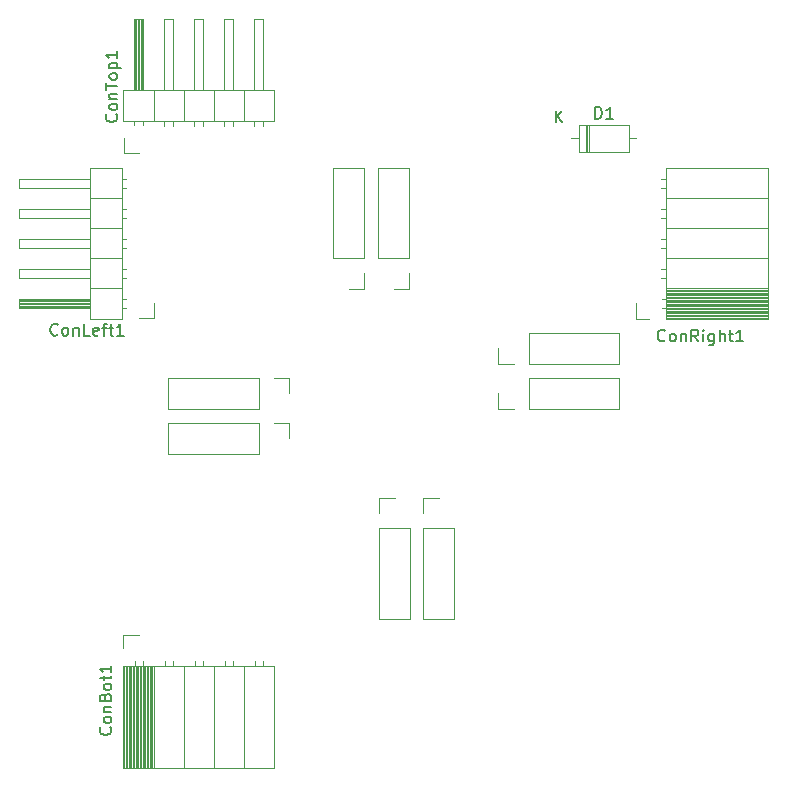
<source format=gto>
G04 #@! TF.GenerationSoftware,KiCad,Pcbnew,7.0.7*
G04 #@! TF.CreationDate,2024-02-28T11:49:36+01:00*
G04 #@! TF.ProjectId,bottom_test,626f7474-6f6d-45f7-9465-73742e6b6963,rev?*
G04 #@! TF.SameCoordinates,Original*
G04 #@! TF.FileFunction,Legend,Top*
G04 #@! TF.FilePolarity,Positive*
%FSLAX46Y46*%
G04 Gerber Fmt 4.6, Leading zero omitted, Abs format (unit mm)*
G04 Created by KiCad (PCBNEW 7.0.7) date 2024-02-28 11:49:36*
%MOMM*%
%LPD*%
G01*
G04 APERTURE LIST*
%ADD10C,0.150000*%
%ADD11C,0.120000*%
%ADD12C,1.700000*%
%ADD13O,1.700000X1.700000*%
%ADD14R,1.700000X1.700000*%
%ADD15R,1.600000X1.600000*%
%ADD16O,1.600000X1.600000*%
G04 APERTURE END LIST*
D10*
X23618808Y-47079580D02*
X23571189Y-47127200D01*
X23571189Y-47127200D02*
X23428332Y-47174819D01*
X23428332Y-47174819D02*
X23333094Y-47174819D01*
X23333094Y-47174819D02*
X23190237Y-47127200D01*
X23190237Y-47127200D02*
X23094999Y-47031961D01*
X23094999Y-47031961D02*
X23047380Y-46936723D01*
X23047380Y-46936723D02*
X22999761Y-46746247D01*
X22999761Y-46746247D02*
X22999761Y-46603390D01*
X22999761Y-46603390D02*
X23047380Y-46412914D01*
X23047380Y-46412914D02*
X23094999Y-46317676D01*
X23094999Y-46317676D02*
X23190237Y-46222438D01*
X23190237Y-46222438D02*
X23333094Y-46174819D01*
X23333094Y-46174819D02*
X23428332Y-46174819D01*
X23428332Y-46174819D02*
X23571189Y-46222438D01*
X23571189Y-46222438D02*
X23618808Y-46270057D01*
X24190237Y-47174819D02*
X24094999Y-47127200D01*
X24094999Y-47127200D02*
X24047380Y-47079580D01*
X24047380Y-47079580D02*
X23999761Y-46984342D01*
X23999761Y-46984342D02*
X23999761Y-46698628D01*
X23999761Y-46698628D02*
X24047380Y-46603390D01*
X24047380Y-46603390D02*
X24094999Y-46555771D01*
X24094999Y-46555771D02*
X24190237Y-46508152D01*
X24190237Y-46508152D02*
X24333094Y-46508152D01*
X24333094Y-46508152D02*
X24428332Y-46555771D01*
X24428332Y-46555771D02*
X24475951Y-46603390D01*
X24475951Y-46603390D02*
X24523570Y-46698628D01*
X24523570Y-46698628D02*
X24523570Y-46984342D01*
X24523570Y-46984342D02*
X24475951Y-47079580D01*
X24475951Y-47079580D02*
X24428332Y-47127200D01*
X24428332Y-47127200D02*
X24333094Y-47174819D01*
X24333094Y-47174819D02*
X24190237Y-47174819D01*
X24952142Y-46508152D02*
X24952142Y-47174819D01*
X24952142Y-46603390D02*
X24999761Y-46555771D01*
X24999761Y-46555771D02*
X25094999Y-46508152D01*
X25094999Y-46508152D02*
X25237856Y-46508152D01*
X25237856Y-46508152D02*
X25333094Y-46555771D01*
X25333094Y-46555771D02*
X25380713Y-46651009D01*
X25380713Y-46651009D02*
X25380713Y-47174819D01*
X26333094Y-47174819D02*
X25856904Y-47174819D01*
X25856904Y-47174819D02*
X25856904Y-46174819D01*
X27047380Y-47127200D02*
X26952142Y-47174819D01*
X26952142Y-47174819D02*
X26761666Y-47174819D01*
X26761666Y-47174819D02*
X26666428Y-47127200D01*
X26666428Y-47127200D02*
X26618809Y-47031961D01*
X26618809Y-47031961D02*
X26618809Y-46651009D01*
X26618809Y-46651009D02*
X26666428Y-46555771D01*
X26666428Y-46555771D02*
X26761666Y-46508152D01*
X26761666Y-46508152D02*
X26952142Y-46508152D01*
X26952142Y-46508152D02*
X27047380Y-46555771D01*
X27047380Y-46555771D02*
X27094999Y-46651009D01*
X27094999Y-46651009D02*
X27094999Y-46746247D01*
X27094999Y-46746247D02*
X26618809Y-46841485D01*
X27380714Y-46508152D02*
X27761666Y-46508152D01*
X27523571Y-47174819D02*
X27523571Y-46317676D01*
X27523571Y-46317676D02*
X27571190Y-46222438D01*
X27571190Y-46222438D02*
X27666428Y-46174819D01*
X27666428Y-46174819D02*
X27761666Y-46174819D01*
X27952143Y-46508152D02*
X28333095Y-46508152D01*
X28095000Y-46174819D02*
X28095000Y-47031961D01*
X28095000Y-47031961D02*
X28142619Y-47127200D01*
X28142619Y-47127200D02*
X28237857Y-47174819D01*
X28237857Y-47174819D02*
X28333095Y-47174819D01*
X29190238Y-47174819D02*
X28618810Y-47174819D01*
X28904524Y-47174819D02*
X28904524Y-46174819D01*
X28904524Y-46174819D02*
X28809286Y-46317676D01*
X28809286Y-46317676D02*
X28714048Y-46412914D01*
X28714048Y-46412914D02*
X28618810Y-46460533D01*
X28069580Y-80349524D02*
X28117200Y-80397143D01*
X28117200Y-80397143D02*
X28164819Y-80540000D01*
X28164819Y-80540000D02*
X28164819Y-80635238D01*
X28164819Y-80635238D02*
X28117200Y-80778095D01*
X28117200Y-80778095D02*
X28021961Y-80873333D01*
X28021961Y-80873333D02*
X27926723Y-80920952D01*
X27926723Y-80920952D02*
X27736247Y-80968571D01*
X27736247Y-80968571D02*
X27593390Y-80968571D01*
X27593390Y-80968571D02*
X27402914Y-80920952D01*
X27402914Y-80920952D02*
X27307676Y-80873333D01*
X27307676Y-80873333D02*
X27212438Y-80778095D01*
X27212438Y-80778095D02*
X27164819Y-80635238D01*
X27164819Y-80635238D02*
X27164819Y-80540000D01*
X27164819Y-80540000D02*
X27212438Y-80397143D01*
X27212438Y-80397143D02*
X27260057Y-80349524D01*
X28164819Y-79778095D02*
X28117200Y-79873333D01*
X28117200Y-79873333D02*
X28069580Y-79920952D01*
X28069580Y-79920952D02*
X27974342Y-79968571D01*
X27974342Y-79968571D02*
X27688628Y-79968571D01*
X27688628Y-79968571D02*
X27593390Y-79920952D01*
X27593390Y-79920952D02*
X27545771Y-79873333D01*
X27545771Y-79873333D02*
X27498152Y-79778095D01*
X27498152Y-79778095D02*
X27498152Y-79635238D01*
X27498152Y-79635238D02*
X27545771Y-79540000D01*
X27545771Y-79540000D02*
X27593390Y-79492381D01*
X27593390Y-79492381D02*
X27688628Y-79444762D01*
X27688628Y-79444762D02*
X27974342Y-79444762D01*
X27974342Y-79444762D02*
X28069580Y-79492381D01*
X28069580Y-79492381D02*
X28117200Y-79540000D01*
X28117200Y-79540000D02*
X28164819Y-79635238D01*
X28164819Y-79635238D02*
X28164819Y-79778095D01*
X27498152Y-79016190D02*
X28164819Y-79016190D01*
X27593390Y-79016190D02*
X27545771Y-78968571D01*
X27545771Y-78968571D02*
X27498152Y-78873333D01*
X27498152Y-78873333D02*
X27498152Y-78730476D01*
X27498152Y-78730476D02*
X27545771Y-78635238D01*
X27545771Y-78635238D02*
X27641009Y-78587619D01*
X27641009Y-78587619D02*
X28164819Y-78587619D01*
X27641009Y-77778095D02*
X27688628Y-77635238D01*
X27688628Y-77635238D02*
X27736247Y-77587619D01*
X27736247Y-77587619D02*
X27831485Y-77540000D01*
X27831485Y-77540000D02*
X27974342Y-77540000D01*
X27974342Y-77540000D02*
X28069580Y-77587619D01*
X28069580Y-77587619D02*
X28117200Y-77635238D01*
X28117200Y-77635238D02*
X28164819Y-77730476D01*
X28164819Y-77730476D02*
X28164819Y-78111428D01*
X28164819Y-78111428D02*
X27164819Y-78111428D01*
X27164819Y-78111428D02*
X27164819Y-77778095D01*
X27164819Y-77778095D02*
X27212438Y-77682857D01*
X27212438Y-77682857D02*
X27260057Y-77635238D01*
X27260057Y-77635238D02*
X27355295Y-77587619D01*
X27355295Y-77587619D02*
X27450533Y-77587619D01*
X27450533Y-77587619D02*
X27545771Y-77635238D01*
X27545771Y-77635238D02*
X27593390Y-77682857D01*
X27593390Y-77682857D02*
X27641009Y-77778095D01*
X27641009Y-77778095D02*
X27641009Y-78111428D01*
X28164819Y-76968571D02*
X28117200Y-77063809D01*
X28117200Y-77063809D02*
X28069580Y-77111428D01*
X28069580Y-77111428D02*
X27974342Y-77159047D01*
X27974342Y-77159047D02*
X27688628Y-77159047D01*
X27688628Y-77159047D02*
X27593390Y-77111428D01*
X27593390Y-77111428D02*
X27545771Y-77063809D01*
X27545771Y-77063809D02*
X27498152Y-76968571D01*
X27498152Y-76968571D02*
X27498152Y-76825714D01*
X27498152Y-76825714D02*
X27545771Y-76730476D01*
X27545771Y-76730476D02*
X27593390Y-76682857D01*
X27593390Y-76682857D02*
X27688628Y-76635238D01*
X27688628Y-76635238D02*
X27974342Y-76635238D01*
X27974342Y-76635238D02*
X28069580Y-76682857D01*
X28069580Y-76682857D02*
X28117200Y-76730476D01*
X28117200Y-76730476D02*
X28164819Y-76825714D01*
X28164819Y-76825714D02*
X28164819Y-76968571D01*
X27498152Y-76349523D02*
X27498152Y-75968571D01*
X27164819Y-76206666D02*
X28021961Y-76206666D01*
X28021961Y-76206666D02*
X28117200Y-76159047D01*
X28117200Y-76159047D02*
X28164819Y-76063809D01*
X28164819Y-76063809D02*
X28164819Y-75968571D01*
X28164819Y-75111428D02*
X28164819Y-75682856D01*
X28164819Y-75397142D02*
X27164819Y-75397142D01*
X27164819Y-75397142D02*
X27307676Y-75492380D01*
X27307676Y-75492380D02*
X27402914Y-75587618D01*
X27402914Y-75587618D02*
X27450533Y-75682856D01*
X69111905Y-28814819D02*
X69111905Y-27814819D01*
X69111905Y-27814819D02*
X69350000Y-27814819D01*
X69350000Y-27814819D02*
X69492857Y-27862438D01*
X69492857Y-27862438D02*
X69588095Y-27957676D01*
X69588095Y-27957676D02*
X69635714Y-28052914D01*
X69635714Y-28052914D02*
X69683333Y-28243390D01*
X69683333Y-28243390D02*
X69683333Y-28386247D01*
X69683333Y-28386247D02*
X69635714Y-28576723D01*
X69635714Y-28576723D02*
X69588095Y-28671961D01*
X69588095Y-28671961D02*
X69492857Y-28767200D01*
X69492857Y-28767200D02*
X69350000Y-28814819D01*
X69350000Y-28814819D02*
X69111905Y-28814819D01*
X70635714Y-28814819D02*
X70064286Y-28814819D01*
X70350000Y-28814819D02*
X70350000Y-27814819D01*
X70350000Y-27814819D02*
X70254762Y-27957676D01*
X70254762Y-27957676D02*
X70159524Y-28052914D01*
X70159524Y-28052914D02*
X70064286Y-28100533D01*
X65778095Y-29134819D02*
X65778095Y-28134819D01*
X66349523Y-29134819D02*
X65920952Y-28563390D01*
X66349523Y-28134819D02*
X65778095Y-28706247D01*
X28569580Y-28452143D02*
X28617200Y-28499762D01*
X28617200Y-28499762D02*
X28664819Y-28642619D01*
X28664819Y-28642619D02*
X28664819Y-28737857D01*
X28664819Y-28737857D02*
X28617200Y-28880714D01*
X28617200Y-28880714D02*
X28521961Y-28975952D01*
X28521961Y-28975952D02*
X28426723Y-29023571D01*
X28426723Y-29023571D02*
X28236247Y-29071190D01*
X28236247Y-29071190D02*
X28093390Y-29071190D01*
X28093390Y-29071190D02*
X27902914Y-29023571D01*
X27902914Y-29023571D02*
X27807676Y-28975952D01*
X27807676Y-28975952D02*
X27712438Y-28880714D01*
X27712438Y-28880714D02*
X27664819Y-28737857D01*
X27664819Y-28737857D02*
X27664819Y-28642619D01*
X27664819Y-28642619D02*
X27712438Y-28499762D01*
X27712438Y-28499762D02*
X27760057Y-28452143D01*
X28664819Y-27880714D02*
X28617200Y-27975952D01*
X28617200Y-27975952D02*
X28569580Y-28023571D01*
X28569580Y-28023571D02*
X28474342Y-28071190D01*
X28474342Y-28071190D02*
X28188628Y-28071190D01*
X28188628Y-28071190D02*
X28093390Y-28023571D01*
X28093390Y-28023571D02*
X28045771Y-27975952D01*
X28045771Y-27975952D02*
X27998152Y-27880714D01*
X27998152Y-27880714D02*
X27998152Y-27737857D01*
X27998152Y-27737857D02*
X28045771Y-27642619D01*
X28045771Y-27642619D02*
X28093390Y-27595000D01*
X28093390Y-27595000D02*
X28188628Y-27547381D01*
X28188628Y-27547381D02*
X28474342Y-27547381D01*
X28474342Y-27547381D02*
X28569580Y-27595000D01*
X28569580Y-27595000D02*
X28617200Y-27642619D01*
X28617200Y-27642619D02*
X28664819Y-27737857D01*
X28664819Y-27737857D02*
X28664819Y-27880714D01*
X27998152Y-27118809D02*
X28664819Y-27118809D01*
X28093390Y-27118809D02*
X28045771Y-27071190D01*
X28045771Y-27071190D02*
X27998152Y-26975952D01*
X27998152Y-26975952D02*
X27998152Y-26833095D01*
X27998152Y-26833095D02*
X28045771Y-26737857D01*
X28045771Y-26737857D02*
X28141009Y-26690238D01*
X28141009Y-26690238D02*
X28664819Y-26690238D01*
X27664819Y-26356904D02*
X27664819Y-25785476D01*
X28664819Y-26071190D02*
X27664819Y-26071190D01*
X28664819Y-25309285D02*
X28617200Y-25404523D01*
X28617200Y-25404523D02*
X28569580Y-25452142D01*
X28569580Y-25452142D02*
X28474342Y-25499761D01*
X28474342Y-25499761D02*
X28188628Y-25499761D01*
X28188628Y-25499761D02*
X28093390Y-25452142D01*
X28093390Y-25452142D02*
X28045771Y-25404523D01*
X28045771Y-25404523D02*
X27998152Y-25309285D01*
X27998152Y-25309285D02*
X27998152Y-25166428D01*
X27998152Y-25166428D02*
X28045771Y-25071190D01*
X28045771Y-25071190D02*
X28093390Y-25023571D01*
X28093390Y-25023571D02*
X28188628Y-24975952D01*
X28188628Y-24975952D02*
X28474342Y-24975952D01*
X28474342Y-24975952D02*
X28569580Y-25023571D01*
X28569580Y-25023571D02*
X28617200Y-25071190D01*
X28617200Y-25071190D02*
X28664819Y-25166428D01*
X28664819Y-25166428D02*
X28664819Y-25309285D01*
X27998152Y-24547380D02*
X28998152Y-24547380D01*
X28045771Y-24547380D02*
X27998152Y-24452142D01*
X27998152Y-24452142D02*
X27998152Y-24261666D01*
X27998152Y-24261666D02*
X28045771Y-24166428D01*
X28045771Y-24166428D02*
X28093390Y-24118809D01*
X28093390Y-24118809D02*
X28188628Y-24071190D01*
X28188628Y-24071190D02*
X28474342Y-24071190D01*
X28474342Y-24071190D02*
X28569580Y-24118809D01*
X28569580Y-24118809D02*
X28617200Y-24166428D01*
X28617200Y-24166428D02*
X28664819Y-24261666D01*
X28664819Y-24261666D02*
X28664819Y-24452142D01*
X28664819Y-24452142D02*
X28617200Y-24547380D01*
X28664819Y-23118809D02*
X28664819Y-23690237D01*
X28664819Y-23404523D02*
X27664819Y-23404523D01*
X27664819Y-23404523D02*
X27807676Y-23499761D01*
X27807676Y-23499761D02*
X27902914Y-23594999D01*
X27902914Y-23594999D02*
X27950533Y-23690237D01*
X75039999Y-47579580D02*
X74992380Y-47627200D01*
X74992380Y-47627200D02*
X74849523Y-47674819D01*
X74849523Y-47674819D02*
X74754285Y-47674819D01*
X74754285Y-47674819D02*
X74611428Y-47627200D01*
X74611428Y-47627200D02*
X74516190Y-47531961D01*
X74516190Y-47531961D02*
X74468571Y-47436723D01*
X74468571Y-47436723D02*
X74420952Y-47246247D01*
X74420952Y-47246247D02*
X74420952Y-47103390D01*
X74420952Y-47103390D02*
X74468571Y-46912914D01*
X74468571Y-46912914D02*
X74516190Y-46817676D01*
X74516190Y-46817676D02*
X74611428Y-46722438D01*
X74611428Y-46722438D02*
X74754285Y-46674819D01*
X74754285Y-46674819D02*
X74849523Y-46674819D01*
X74849523Y-46674819D02*
X74992380Y-46722438D01*
X74992380Y-46722438D02*
X75039999Y-46770057D01*
X75611428Y-47674819D02*
X75516190Y-47627200D01*
X75516190Y-47627200D02*
X75468571Y-47579580D01*
X75468571Y-47579580D02*
X75420952Y-47484342D01*
X75420952Y-47484342D02*
X75420952Y-47198628D01*
X75420952Y-47198628D02*
X75468571Y-47103390D01*
X75468571Y-47103390D02*
X75516190Y-47055771D01*
X75516190Y-47055771D02*
X75611428Y-47008152D01*
X75611428Y-47008152D02*
X75754285Y-47008152D01*
X75754285Y-47008152D02*
X75849523Y-47055771D01*
X75849523Y-47055771D02*
X75897142Y-47103390D01*
X75897142Y-47103390D02*
X75944761Y-47198628D01*
X75944761Y-47198628D02*
X75944761Y-47484342D01*
X75944761Y-47484342D02*
X75897142Y-47579580D01*
X75897142Y-47579580D02*
X75849523Y-47627200D01*
X75849523Y-47627200D02*
X75754285Y-47674819D01*
X75754285Y-47674819D02*
X75611428Y-47674819D01*
X76373333Y-47008152D02*
X76373333Y-47674819D01*
X76373333Y-47103390D02*
X76420952Y-47055771D01*
X76420952Y-47055771D02*
X76516190Y-47008152D01*
X76516190Y-47008152D02*
X76659047Y-47008152D01*
X76659047Y-47008152D02*
X76754285Y-47055771D01*
X76754285Y-47055771D02*
X76801904Y-47151009D01*
X76801904Y-47151009D02*
X76801904Y-47674819D01*
X77849523Y-47674819D02*
X77516190Y-47198628D01*
X77278095Y-47674819D02*
X77278095Y-46674819D01*
X77278095Y-46674819D02*
X77659047Y-46674819D01*
X77659047Y-46674819D02*
X77754285Y-46722438D01*
X77754285Y-46722438D02*
X77801904Y-46770057D01*
X77801904Y-46770057D02*
X77849523Y-46865295D01*
X77849523Y-46865295D02*
X77849523Y-47008152D01*
X77849523Y-47008152D02*
X77801904Y-47103390D01*
X77801904Y-47103390D02*
X77754285Y-47151009D01*
X77754285Y-47151009D02*
X77659047Y-47198628D01*
X77659047Y-47198628D02*
X77278095Y-47198628D01*
X78278095Y-47674819D02*
X78278095Y-47008152D01*
X78278095Y-46674819D02*
X78230476Y-46722438D01*
X78230476Y-46722438D02*
X78278095Y-46770057D01*
X78278095Y-46770057D02*
X78325714Y-46722438D01*
X78325714Y-46722438D02*
X78278095Y-46674819D01*
X78278095Y-46674819D02*
X78278095Y-46770057D01*
X79182856Y-47008152D02*
X79182856Y-47817676D01*
X79182856Y-47817676D02*
X79135237Y-47912914D01*
X79135237Y-47912914D02*
X79087618Y-47960533D01*
X79087618Y-47960533D02*
X78992380Y-48008152D01*
X78992380Y-48008152D02*
X78849523Y-48008152D01*
X78849523Y-48008152D02*
X78754285Y-47960533D01*
X79182856Y-47627200D02*
X79087618Y-47674819D01*
X79087618Y-47674819D02*
X78897142Y-47674819D01*
X78897142Y-47674819D02*
X78801904Y-47627200D01*
X78801904Y-47627200D02*
X78754285Y-47579580D01*
X78754285Y-47579580D02*
X78706666Y-47484342D01*
X78706666Y-47484342D02*
X78706666Y-47198628D01*
X78706666Y-47198628D02*
X78754285Y-47103390D01*
X78754285Y-47103390D02*
X78801904Y-47055771D01*
X78801904Y-47055771D02*
X78897142Y-47008152D01*
X78897142Y-47008152D02*
X79087618Y-47008152D01*
X79087618Y-47008152D02*
X79182856Y-47055771D01*
X79659047Y-47674819D02*
X79659047Y-46674819D01*
X80087618Y-47674819D02*
X80087618Y-47151009D01*
X80087618Y-47151009D02*
X80039999Y-47055771D01*
X80039999Y-47055771D02*
X79944761Y-47008152D01*
X79944761Y-47008152D02*
X79801904Y-47008152D01*
X79801904Y-47008152D02*
X79706666Y-47055771D01*
X79706666Y-47055771D02*
X79659047Y-47103390D01*
X80420952Y-47008152D02*
X80801904Y-47008152D01*
X80563809Y-46674819D02*
X80563809Y-47531961D01*
X80563809Y-47531961D02*
X80611428Y-47627200D01*
X80611428Y-47627200D02*
X80706666Y-47674819D01*
X80706666Y-47674819D02*
X80801904Y-47674819D01*
X81659047Y-47674819D02*
X81087619Y-47674819D01*
X81373333Y-47674819D02*
X81373333Y-46674819D01*
X81373333Y-46674819D02*
X81278095Y-46817676D01*
X81278095Y-46817676D02*
X81182857Y-46912914D01*
X81182857Y-46912914D02*
X81087619Y-46960533D01*
D11*
X53400000Y-43230000D02*
X52070000Y-43230000D01*
X53400000Y-41900000D02*
X53400000Y-43230000D01*
X53400000Y-40630000D02*
X53400000Y-32950000D01*
X53400000Y-40630000D02*
X50740000Y-40630000D01*
X53400000Y-32950000D02*
X50740000Y-32950000D01*
X50740000Y-40630000D02*
X50740000Y-32950000D01*
X31750000Y-45720000D02*
X30480000Y-45720000D01*
X31750000Y-44450000D02*
X31750000Y-45720000D01*
X29437071Y-42290000D02*
X29040000Y-42290000D01*
X29437071Y-41530000D02*
X29040000Y-41530000D01*
X29437071Y-39750000D02*
X29040000Y-39750000D01*
X29437071Y-38990000D02*
X29040000Y-38990000D01*
X29437071Y-37210000D02*
X29040000Y-37210000D01*
X29437071Y-36450000D02*
X29040000Y-36450000D01*
X29437071Y-34670000D02*
X29040000Y-34670000D01*
X29437071Y-33910000D02*
X29040000Y-33910000D01*
X29370000Y-44830000D02*
X29040000Y-44830000D01*
X29370000Y-44070000D02*
X29040000Y-44070000D01*
X29040000Y-45780000D02*
X29040000Y-32960000D01*
X29040000Y-43180000D02*
X26380000Y-43180000D01*
X29040000Y-40640000D02*
X26380000Y-40640000D01*
X29040000Y-38100000D02*
X26380000Y-38100000D01*
X29040000Y-35560000D02*
X26380000Y-35560000D01*
X29040000Y-32960000D02*
X26380000Y-32960000D01*
X26380000Y-45780000D02*
X29040000Y-45780000D01*
X26380000Y-44830000D02*
X20380000Y-44830000D01*
X26380000Y-44770000D02*
X20380000Y-44770000D01*
X26380000Y-44650000D02*
X20380000Y-44650000D01*
X26380000Y-44530000D02*
X20380000Y-44530000D01*
X26380000Y-44410000D02*
X20380000Y-44410000D01*
X26380000Y-44290000D02*
X20380000Y-44290000D01*
X26380000Y-44170000D02*
X20380000Y-44170000D01*
X26380000Y-42290000D02*
X20380000Y-42290000D01*
X26380000Y-39750000D02*
X20380000Y-39750000D01*
X26380000Y-37210000D02*
X20380000Y-37210000D01*
X26380000Y-34670000D02*
X20380000Y-34670000D01*
X26380000Y-32960000D02*
X26380000Y-45780000D01*
X20380000Y-44830000D02*
X20380000Y-44070000D01*
X20380000Y-44070000D02*
X26380000Y-44070000D01*
X20380000Y-42290000D02*
X20380000Y-41530000D01*
X20380000Y-41530000D02*
X26380000Y-41530000D01*
X20380000Y-39750000D02*
X20380000Y-38990000D01*
X20380000Y-38990000D02*
X26380000Y-38990000D01*
X20380000Y-37210000D02*
X20380000Y-36450000D01*
X20380000Y-36450000D02*
X26380000Y-36450000D01*
X20380000Y-34670000D02*
X20380000Y-33910000D01*
X20380000Y-33910000D02*
X26380000Y-33910000D01*
X43240000Y-54550000D02*
X43240000Y-55880000D01*
X41910000Y-54550000D02*
X43240000Y-54550000D01*
X40640000Y-54550000D02*
X32960000Y-54550000D01*
X40640000Y-54550000D02*
X40640000Y-57210000D01*
X32960000Y-54550000D02*
X32960000Y-57210000D01*
X40640000Y-57210000D02*
X32960000Y-57210000D01*
X29150000Y-83750000D02*
X41970000Y-83750000D01*
X29150000Y-83750000D02*
X29150000Y-75120000D01*
X29270000Y-83750000D02*
X29270000Y-75120000D01*
X29388095Y-83750000D02*
X29388095Y-75120000D01*
X29506190Y-83750000D02*
X29506190Y-75120000D01*
X29624285Y-83750000D02*
X29624285Y-75120000D01*
X29742380Y-83750000D02*
X29742380Y-75120000D01*
X29860475Y-83750000D02*
X29860475Y-75120000D01*
X29978570Y-83750000D02*
X29978570Y-75120000D01*
X30096665Y-83750000D02*
X30096665Y-75120000D01*
X30214760Y-83750000D02*
X30214760Y-75120000D01*
X30332855Y-83750000D02*
X30332855Y-75120000D01*
X30450950Y-83750000D02*
X30450950Y-75120000D01*
X30569045Y-83750000D02*
X30569045Y-75120000D01*
X30687140Y-83750000D02*
X30687140Y-75120000D01*
X30805235Y-83750000D02*
X30805235Y-75120000D01*
X30923330Y-83750000D02*
X30923330Y-75120000D01*
X31041425Y-83750000D02*
X31041425Y-75120000D01*
X31159520Y-83750000D02*
X31159520Y-75120000D01*
X31277615Y-83750000D02*
X31277615Y-75120000D01*
X31395710Y-83750000D02*
X31395710Y-75120000D01*
X31513805Y-83750000D02*
X31513805Y-75120000D01*
X31631900Y-83750000D02*
X31631900Y-75120000D01*
X31750000Y-83750000D02*
X31750000Y-75120000D01*
X34290000Y-83750000D02*
X34290000Y-75120000D01*
X36830000Y-83750000D02*
X36830000Y-75120000D01*
X39370000Y-83750000D02*
X39370000Y-75120000D01*
X41970000Y-83750000D02*
X41970000Y-75120000D01*
X29150000Y-75120000D02*
X41970000Y-75120000D01*
X30120000Y-75120000D02*
X30120000Y-74770000D01*
X30840000Y-75120000D02*
X30840000Y-74770000D01*
X32660000Y-75120000D02*
X32660000Y-74710000D01*
X33380000Y-75120000D02*
X33380000Y-74710000D01*
X35200000Y-75120000D02*
X35200000Y-74710000D01*
X35920000Y-75120000D02*
X35920000Y-74710000D01*
X37740000Y-75120000D02*
X37740000Y-74710000D01*
X38460000Y-75120000D02*
X38460000Y-74710000D01*
X40280000Y-75120000D02*
X40280000Y-74710000D01*
X41000000Y-75120000D02*
X41000000Y-74710000D01*
X29150000Y-73660000D02*
X29150000Y-72550000D01*
X29150000Y-72550000D02*
X30480000Y-72550000D01*
X67080000Y-30480000D02*
X67730000Y-30480000D01*
X67730000Y-29360000D02*
X67730000Y-31600000D01*
X67730000Y-31600000D02*
X71970000Y-31600000D01*
X68330000Y-29360000D02*
X68330000Y-31600000D01*
X68450000Y-29360000D02*
X68450000Y-31600000D01*
X68570000Y-29360000D02*
X68570000Y-31600000D01*
X71970000Y-29360000D02*
X67730000Y-29360000D01*
X71970000Y-31600000D02*
X71970000Y-29360000D01*
X72620000Y-30480000D02*
X71970000Y-30480000D01*
X29210000Y-31750000D02*
X29210000Y-30480000D01*
X30480000Y-31750000D02*
X29210000Y-31750000D01*
X32640000Y-29437071D02*
X32640000Y-29040000D01*
X33400000Y-29437071D02*
X33400000Y-29040000D01*
X35180000Y-29437071D02*
X35180000Y-29040000D01*
X35940000Y-29437071D02*
X35940000Y-29040000D01*
X37720000Y-29437071D02*
X37720000Y-29040000D01*
X38480000Y-29437071D02*
X38480000Y-29040000D01*
X40260000Y-29437071D02*
X40260000Y-29040000D01*
X41020000Y-29437071D02*
X41020000Y-29040000D01*
X30100000Y-29370000D02*
X30100000Y-29040000D01*
X30860000Y-29370000D02*
X30860000Y-29040000D01*
X29150000Y-29040000D02*
X41970000Y-29040000D01*
X31750000Y-29040000D02*
X31750000Y-26380000D01*
X34290000Y-29040000D02*
X34290000Y-26380000D01*
X36830000Y-29040000D02*
X36830000Y-26380000D01*
X39370000Y-29040000D02*
X39370000Y-26380000D01*
X41970000Y-29040000D02*
X41970000Y-26380000D01*
X29150000Y-26380000D02*
X29150000Y-29040000D01*
X30100000Y-26380000D02*
X30100000Y-20380000D01*
X30160000Y-26380000D02*
X30160000Y-20380000D01*
X30280000Y-26380000D02*
X30280000Y-20380000D01*
X30400000Y-26380000D02*
X30400000Y-20380000D01*
X30520000Y-26380000D02*
X30520000Y-20380000D01*
X30640000Y-26380000D02*
X30640000Y-20380000D01*
X30760000Y-26380000D02*
X30760000Y-20380000D01*
X32640000Y-26380000D02*
X32640000Y-20380000D01*
X35180000Y-26380000D02*
X35180000Y-20380000D01*
X37720000Y-26380000D02*
X37720000Y-20380000D01*
X40260000Y-26380000D02*
X40260000Y-20380000D01*
X41970000Y-26380000D02*
X29150000Y-26380000D01*
X30100000Y-20380000D02*
X30860000Y-20380000D01*
X30860000Y-20380000D02*
X30860000Y-26380000D01*
X32640000Y-20380000D02*
X33400000Y-20380000D01*
X33400000Y-20380000D02*
X33400000Y-26380000D01*
X35180000Y-20380000D02*
X35940000Y-20380000D01*
X35940000Y-20380000D02*
X35940000Y-26380000D01*
X37720000Y-20380000D02*
X38480000Y-20380000D01*
X38480000Y-20380000D02*
X38480000Y-26380000D01*
X40260000Y-20380000D02*
X41020000Y-20380000D01*
X41020000Y-20380000D02*
X41020000Y-26380000D01*
X54550000Y-60900000D02*
X55880000Y-60900000D01*
X54550000Y-62230000D02*
X54550000Y-60900000D01*
X54550000Y-63500000D02*
X54550000Y-71180000D01*
X54550000Y-63500000D02*
X57210000Y-63500000D01*
X54550000Y-71180000D02*
X57210000Y-71180000D01*
X57210000Y-63500000D02*
X57210000Y-71180000D01*
X50816700Y-60900000D02*
X52146700Y-60900000D01*
X50816700Y-62230000D02*
X50816700Y-60900000D01*
X50816700Y-63500000D02*
X50816700Y-71180000D01*
X50816700Y-63500000D02*
X53476700Y-63500000D01*
X50816700Y-71180000D02*
X53476700Y-71180000D01*
X53476700Y-63500000D02*
X53476700Y-71180000D01*
X83750000Y-45780000D02*
X83750000Y-32960000D01*
X83750000Y-45780000D02*
X75120000Y-45780000D01*
X83750000Y-45660000D02*
X75120000Y-45660000D01*
X83750000Y-45541905D02*
X75120000Y-45541905D01*
X83750000Y-45423810D02*
X75120000Y-45423810D01*
X83750000Y-45305715D02*
X75120000Y-45305715D01*
X83750000Y-45187620D02*
X75120000Y-45187620D01*
X83750000Y-45069525D02*
X75120000Y-45069525D01*
X83750000Y-44951430D02*
X75120000Y-44951430D01*
X83750000Y-44833335D02*
X75120000Y-44833335D01*
X83750000Y-44715240D02*
X75120000Y-44715240D01*
X83750000Y-44597145D02*
X75120000Y-44597145D01*
X83750000Y-44479050D02*
X75120000Y-44479050D01*
X83750000Y-44360955D02*
X75120000Y-44360955D01*
X83750000Y-44242860D02*
X75120000Y-44242860D01*
X83750000Y-44124765D02*
X75120000Y-44124765D01*
X83750000Y-44006670D02*
X75120000Y-44006670D01*
X83750000Y-43888575D02*
X75120000Y-43888575D01*
X83750000Y-43770480D02*
X75120000Y-43770480D01*
X83750000Y-43652385D02*
X75120000Y-43652385D01*
X83750000Y-43534290D02*
X75120000Y-43534290D01*
X83750000Y-43416195D02*
X75120000Y-43416195D01*
X83750000Y-43298100D02*
X75120000Y-43298100D01*
X83750000Y-43180000D02*
X75120000Y-43180000D01*
X83750000Y-40640000D02*
X75120000Y-40640000D01*
X83750000Y-38100000D02*
X75120000Y-38100000D01*
X83750000Y-35560000D02*
X75120000Y-35560000D01*
X83750000Y-32960000D02*
X75120000Y-32960000D01*
X75120000Y-45780000D02*
X75120000Y-32960000D01*
X75120000Y-44810000D02*
X74770000Y-44810000D01*
X75120000Y-44090000D02*
X74770000Y-44090000D01*
X75120000Y-42270000D02*
X74710000Y-42270000D01*
X75120000Y-41550000D02*
X74710000Y-41550000D01*
X75120000Y-39730000D02*
X74710000Y-39730000D01*
X75120000Y-39010000D02*
X74710000Y-39010000D01*
X75120000Y-37190000D02*
X74710000Y-37190000D01*
X75120000Y-36470000D02*
X74710000Y-36470000D01*
X75120000Y-34650000D02*
X74710000Y-34650000D01*
X75120000Y-33930000D02*
X74710000Y-33930000D01*
X73660000Y-45780000D02*
X72550000Y-45780000D01*
X72550000Y-45780000D02*
X72550000Y-44450000D01*
X60900000Y-53400000D02*
X60900000Y-52070000D01*
X62230000Y-53400000D02*
X60900000Y-53400000D01*
X63500000Y-53400000D02*
X71180000Y-53400000D01*
X63500000Y-53400000D02*
X63500000Y-50740000D01*
X71180000Y-53400000D02*
X71180000Y-50740000D01*
X63500000Y-50740000D02*
X71180000Y-50740000D01*
X49590000Y-43230000D02*
X48260000Y-43230000D01*
X49590000Y-41900000D02*
X49590000Y-43230000D01*
X49590000Y-40630000D02*
X49590000Y-32950000D01*
X49590000Y-40630000D02*
X46930000Y-40630000D01*
X49590000Y-32950000D02*
X46930000Y-32950000D01*
X46930000Y-40630000D02*
X46930000Y-32950000D01*
X43240000Y-50740000D02*
X43240000Y-52070000D01*
X41910000Y-50740000D02*
X43240000Y-50740000D01*
X40640000Y-50740000D02*
X32960000Y-50740000D01*
X40640000Y-50740000D02*
X40640000Y-53400000D01*
X32960000Y-50740000D02*
X32960000Y-53400000D01*
X40640000Y-53400000D02*
X32960000Y-53400000D01*
X60900000Y-49590000D02*
X60900000Y-48260000D01*
X62230000Y-49590000D02*
X60900000Y-49590000D01*
X63500000Y-49590000D02*
X71180000Y-49590000D01*
X63500000Y-49590000D02*
X63500000Y-46930000D01*
X71180000Y-49590000D02*
X71180000Y-46930000D01*
X63500000Y-46930000D02*
X71180000Y-46930000D01*
%LPC*%
D12*
X52070000Y-41900000D03*
D13*
X52070000Y-39360000D03*
X52070000Y-36820000D03*
X52070000Y-34280000D03*
D14*
X30480000Y-44450000D03*
D13*
X30480000Y-41910000D03*
X30480000Y-39370000D03*
X30480000Y-36830000D03*
X30480000Y-34290000D03*
D12*
X41910000Y-55880000D03*
D13*
X39370000Y-55880000D03*
X36830000Y-55880000D03*
X34290000Y-55880000D03*
D14*
X30480000Y-73660000D03*
D13*
X33020000Y-73660000D03*
X35560000Y-73660000D03*
X38100000Y-73660000D03*
X40640000Y-73660000D03*
D15*
X66040000Y-30480000D03*
D16*
X73660000Y-30480000D03*
D14*
X30480000Y-30480000D03*
D13*
X33020000Y-30480000D03*
X35560000Y-30480000D03*
X38100000Y-30480000D03*
X40640000Y-30480000D03*
D12*
X55880000Y-62230000D03*
D13*
X55880000Y-64770000D03*
X55880000Y-67310000D03*
X55880000Y-69850000D03*
D12*
X52146700Y-62230000D03*
D13*
X52146700Y-64770000D03*
X52146700Y-67310000D03*
X52146700Y-69850000D03*
D14*
X73660000Y-44450000D03*
D13*
X73660000Y-41910000D03*
X73660000Y-39370000D03*
X73660000Y-36830000D03*
X73660000Y-34290000D03*
D12*
X62230000Y-52070000D03*
D13*
X64770000Y-52070000D03*
X67310000Y-52070000D03*
X69850000Y-52070000D03*
D12*
X48260000Y-41900000D03*
D13*
X48260000Y-39360000D03*
X48260000Y-36820000D03*
X48260000Y-34280000D03*
D12*
X41910000Y-52070000D03*
D13*
X39370000Y-52070000D03*
X36830000Y-52070000D03*
X34290000Y-52070000D03*
D12*
X62230000Y-48260000D03*
D13*
X64770000Y-48260000D03*
X67310000Y-48260000D03*
X69850000Y-48260000D03*
%LPD*%
M02*

</source>
